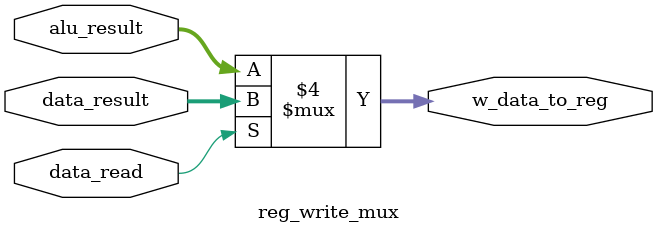
<source format=v>
`timescale 1ns / 1ps


module reg_write_mux(
        input data_read,
        input [15:0] alu_result,
        input [15:0] data_result,
        output reg [15:0] w_data_to_reg
    );
    
    always@* begin
        if(data_read == 1) begin
            w_data_to_reg = data_result;
        end
        else begin
            w_data_to_reg = alu_result;
        end
    end
endmodule

</source>
